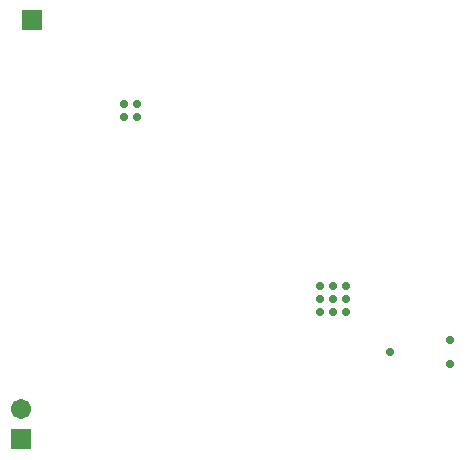
<source format=gbs>
G04 Layer_Color=8150272*
%FSLAX43Y43*%
%MOMM*%
G71*
G01*
G75*
%ADD34C,0.711*%
%ADD63C,1.703*%
%ADD64R,1.703X1.703*%
%ADD65R,1.703X1.703*%
%ADD66C,0.703*%
D34*
X56642Y14224D02*
D03*
X61722Y15240D02*
D03*
Y13208D02*
D03*
D63*
X25400Y9398D02*
D03*
D64*
Y6858D02*
D03*
D65*
X26289Y42291D02*
D03*
D66*
X34121Y35221D02*
D03*
X35221D02*
D03*
X34121Y34121D02*
D03*
X35221D02*
D03*
X52916Y17569D02*
D03*
X51816D02*
D03*
X50716D02*
D03*
X52916Y18669D02*
D03*
X51816D02*
D03*
X50716D02*
D03*
X52916Y19769D02*
D03*
X51816D02*
D03*
X50716D02*
D03*
M02*

</source>
